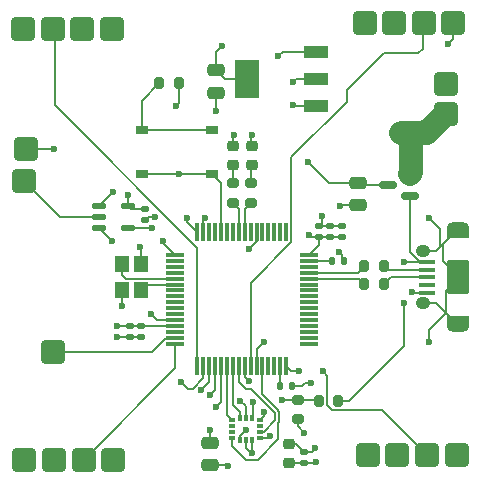
<source format=gbr>
%TF.GenerationSoftware,KiCad,Pcbnew,9.0.3*%
%TF.CreationDate,2025-08-28T18:14:40+08:00*%
%TF.ProjectId,STM_Board,53544d5f-426f-4617-9264-2e6b69636164,rev?*%
%TF.SameCoordinates,Original*%
%TF.FileFunction,Copper,L1,Top*%
%TF.FilePolarity,Positive*%
%FSLAX46Y46*%
G04 Gerber Fmt 4.6, Leading zero omitted, Abs format (unit mm)*
G04 Created by KiCad (PCBNEW 9.0.3) date 2025-08-28 18:14:40*
%MOMM*%
%LPD*%
G01*
G04 APERTURE LIST*
G04 Aperture macros list*
%AMRoundRect*
0 Rectangle with rounded corners*
0 $1 Rounding radius*
0 $2 $3 $4 $5 $6 $7 $8 $9 X,Y pos of 4 corners*
0 Add a 4 corners polygon primitive as box body*
4,1,4,$2,$3,$4,$5,$6,$7,$8,$9,$2,$3,0*
0 Add four circle primitives for the rounded corners*
1,1,$1+$1,$2,$3*
1,1,$1+$1,$4,$5*
1,1,$1+$1,$6,$7*
1,1,$1+$1,$8,$9*
0 Add four rect primitives between the rounded corners*
20,1,$1+$1,$2,$3,$4,$5,0*
20,1,$1+$1,$4,$5,$6,$7,0*
20,1,$1+$1,$6,$7,$8,$9,0*
20,1,$1+$1,$8,$9,$2,$3,0*%
G04 Aperture macros list end*
%TA.AperFunction,SMDPad,CuDef*%
%ADD10RoundRect,0.300000X-0.700000X0.700000X-0.700000X-0.700000X0.700000X-0.700000X0.700000X0.700000X0*%
%TD*%
%TA.AperFunction,SMDPad,CuDef*%
%ADD11RoundRect,0.140000X0.170000X-0.140000X0.170000X0.140000X-0.170000X0.140000X-0.170000X-0.140000X0*%
%TD*%
%TA.AperFunction,SMDPad,CuDef*%
%ADD12RoundRect,0.218750X-0.256250X0.218750X-0.256250X-0.218750X0.256250X-0.218750X0.256250X0.218750X0*%
%TD*%
%TA.AperFunction,SMDPad,CuDef*%
%ADD13RoundRect,0.200000X-0.275000X0.200000X-0.275000X-0.200000X0.275000X-0.200000X0.275000X0.200000X0*%
%TD*%
%TA.AperFunction,SMDPad,CuDef*%
%ADD14RoundRect,0.150000X0.587500X0.150000X-0.587500X0.150000X-0.587500X-0.150000X0.587500X-0.150000X0*%
%TD*%
%TA.AperFunction,SMDPad,CuDef*%
%ADD15RoundRect,0.140000X-0.140000X-0.170000X0.140000X-0.170000X0.140000X0.170000X-0.140000X0.170000X0*%
%TD*%
%TA.AperFunction,SMDPad,CuDef*%
%ADD16RoundRect,0.300000X-0.700000X-0.700000X0.700000X-0.700000X0.700000X0.700000X-0.700000X0.700000X0*%
%TD*%
%TA.AperFunction,SMDPad,CuDef*%
%ADD17RoundRect,0.140000X-0.170000X0.140000X-0.170000X-0.140000X0.170000X-0.140000X0.170000X0.140000X0*%
%TD*%
%TA.AperFunction,SMDPad,CuDef*%
%ADD18R,1.200000X1.400000*%
%TD*%
%TA.AperFunction,SMDPad,CuDef*%
%ADD19RoundRect,0.087500X-0.207500X-0.087500X0.207500X-0.087500X0.207500X0.087500X-0.207500X0.087500X0*%
%TD*%
%TA.AperFunction,SMDPad,CuDef*%
%ADD20RoundRect,0.087500X-0.087500X-0.207500X0.087500X-0.207500X0.087500X0.207500X-0.087500X0.207500X0*%
%TD*%
%TA.AperFunction,SMDPad,CuDef*%
%ADD21RoundRect,0.250000X-0.475000X0.250000X-0.475000X-0.250000X0.475000X-0.250000X0.475000X0.250000X0*%
%TD*%
%TA.AperFunction,SMDPad,CuDef*%
%ADD22RoundRect,0.147500X-0.457500X-0.147500X0.457500X-0.147500X0.457500X0.147500X-0.457500X0.147500X0*%
%TD*%
%TA.AperFunction,SMDPad,CuDef*%
%ADD23RoundRect,0.200000X-0.200000X-0.275000X0.200000X-0.275000X0.200000X0.275000X-0.200000X0.275000X0*%
%TD*%
%TA.AperFunction,SMDPad,CuDef*%
%ADD24R,1.000000X0.750000*%
%TD*%
%TA.AperFunction,SMDPad,CuDef*%
%ADD25RoundRect,0.200000X0.200000X0.275000X-0.200000X0.275000X-0.200000X-0.275000X0.200000X-0.275000X0*%
%TD*%
%TA.AperFunction,SMDPad,CuDef*%
%ADD26RoundRect,0.300000X0.700000X-0.700000X0.700000X0.700000X-0.700000X0.700000X-0.700000X-0.700000X0*%
%TD*%
%TA.AperFunction,SMDPad,CuDef*%
%ADD27RoundRect,0.100000X0.575000X-0.100000X0.575000X0.100000X-0.575000X0.100000X-0.575000X-0.100000X0*%
%TD*%
%TA.AperFunction,HeatsinkPad*%
%ADD28O,1.900000X1.000000*%
%TD*%
%TA.AperFunction,SMDPad,CuDef*%
%ADD29R,1.900000X0.875000*%
%TD*%
%TA.AperFunction,HeatsinkPad*%
%ADD30O,1.250000X1.050000*%
%TD*%
%TA.AperFunction,SMDPad,CuDef*%
%ADD31RoundRect,0.250000X0.700000X-1.200000X0.700000X1.200000X-0.700000X1.200000X-0.700000X-1.200000X0*%
%TD*%
%TA.AperFunction,SMDPad,CuDef*%
%ADD32R,2.150000X1.000000*%
%TD*%
%TA.AperFunction,SMDPad,CuDef*%
%ADD33R,2.150000X3.250000*%
%TD*%
%TA.AperFunction,SMDPad,CuDef*%
%ADD34RoundRect,0.225000X0.250000X-0.225000X0.250000X0.225000X-0.250000X0.225000X-0.250000X-0.225000X0*%
%TD*%
%TA.AperFunction,SMDPad,CuDef*%
%ADD35RoundRect,0.075000X-0.700000X-0.075000X0.700000X-0.075000X0.700000X0.075000X-0.700000X0.075000X0*%
%TD*%
%TA.AperFunction,SMDPad,CuDef*%
%ADD36RoundRect,0.075000X-0.075000X-0.700000X0.075000X-0.700000X0.075000X0.700000X-0.075000X0.700000X0*%
%TD*%
%TA.AperFunction,ViaPad*%
%ADD37C,0.600000*%
%TD*%
%TA.AperFunction,Conductor*%
%ADD38C,0.200000*%
%TD*%
%TA.AperFunction,Conductor*%
%ADD39C,2.000000*%
%TD*%
G04 APERTURE END LIST*
D10*
%TO.P,J5,1,Pin_1*%
%TO.N,/STM32/BATT*%
X126950000Y-89450000D03*
%TO.P,J5,2,Pin_2*%
%TO.N,GND*%
X129450000Y-89450000D03*
%TO.P,J5,3,Pin_3*%
%TO.N,/STM32/S4*%
X131950000Y-89450000D03*
%TO.P,J5,4,Pin_4*%
%TO.N,GND*%
X134450000Y-89450000D03*
%TD*%
D11*
%TO.P,C20,1*%
%TO.N,GND*%
X150600000Y-89730000D03*
%TO.P,C20,2*%
%TO.N,/IMU1/3V3*%
X150600000Y-88770000D03*
%TD*%
D12*
%TO.P,D2,1,K*%
%TO.N,GND*%
X146194000Y-62912500D03*
%TO.P,D2,2,A*%
%TO.N,Net-(D2-A)*%
X146194000Y-64487500D03*
%TD*%
D13*
%TO.P,R6,1*%
%TO.N,Net-(D2-A)*%
X146100000Y-66050000D03*
%TO.P,R6,2*%
%TO.N,/LEDs/LED1*%
X146100000Y-67700000D03*
%TD*%
D14*
%TO.P,D1,1*%
%TO.N,/STM32/5V_USB1*%
X159600000Y-67150000D03*
%TO.P,D1,2*%
%TO.N,/STM32/BATT*%
X159600000Y-65250000D03*
%TO.P,D1,3*%
%TO.N,Net-(STM3V3-IN)*%
X157725000Y-66200000D03*
%TD*%
D15*
%TO.P,C7,1*%
%TO.N,Net-(U2-VCAP_1)*%
X148620000Y-83200000D03*
%TO.P,C7,2*%
%TO.N,GND*%
X149580000Y-83200000D03*
%TD*%
D16*
%TO.P,J21,1,Pin_1*%
%TO.N,GND*%
X127050000Y-63150000D03*
%TD*%
D17*
%TO.P,C3,1*%
%TO.N,/IMU1/3V3*%
X135850000Y-78145000D03*
%TO.P,C3,2*%
%TO.N,GND*%
X135850000Y-79105000D03*
%TD*%
D18*
%TO.P,Y2,1*%
%TO.N,Net-(U2-PH1)*%
X136850000Y-75125000D03*
%TO.P,Y2,2,GND*%
%TO.N,GND*%
X136850000Y-72925000D03*
%TO.P,Y2,3*%
%TO.N,Net-(U2-PH0)*%
X135250000Y-72925000D03*
%TO.P,Y2,4,GND__1*%
%TO.N,GND*%
X135250000Y-75125000D03*
%TD*%
D19*
%TO.P,U4,1,AP_SDO/AP_AD0*%
%TO.N,/STM32/AP_SDO*%
X144530000Y-86115000D03*
%TO.P,U4,2,RESV_2*%
%TO.N,unconnected-(U4-RESV_2-Pad2)*%
X144530000Y-86615000D03*
%TO.P,U4,3,RESV_3*%
%TO.N,unconnected-(U4-RESV_3-Pad3)*%
X144530000Y-87115000D03*
%TO.P,U4,4,INT1/INT*%
%TO.N,/STM32/INT1*%
X144530000Y-87615000D03*
D20*
%TO.P,U4,5,VDDIO*%
%TO.N,/IMU1/3V3*%
X145195000Y-87780000D03*
%TO.P,U4,6,GND*%
%TO.N,GND*%
X145695000Y-87780000D03*
%TO.P,U4,7,RESV_7*%
X146195000Y-87780000D03*
D19*
%TO.P,U4,8,VDD*%
%TO.N,/IMU1/3V3*%
X146860000Y-87615000D03*
%TO.P,U4,9,INT2/FSYNC/CLKIN*%
%TO.N,/STM32/INT2*%
X146860000Y-87115000D03*
%TO.P,U4,10,RESV_10*%
%TO.N,unconnected-(U4-RESV_10-Pad10)*%
X146860000Y-86615000D03*
%TO.P,U4,11,RESV_11*%
%TO.N,GND*%
X146860000Y-86115000D03*
D20*
%TO.P,U4,12,AP_CS*%
%TO.N,/STM32/AP_CS*%
X146195000Y-85950000D03*
%TO.P,U4,13,AP_SCL/AP_SCLK*%
%TO.N,/STM32/AP_SCLK*%
X145695000Y-85950000D03*
%TO.P,U4,14,AP_SDA/AP_SDIO/AP_SDI*%
%TO.N,/STM32/AP_SDI*%
X145195000Y-85950000D03*
%TD*%
D11*
%TO.P,C1,1*%
%TO.N,/IMU1/3V3*%
X153850000Y-70605000D03*
%TO.P,C1,2*%
%TO.N,GND*%
X153850000Y-69645000D03*
%TD*%
D21*
%TO.P,C8,1*%
%TO.N,/IMU1/3V3*%
X143195000Y-56500000D03*
%TO.P,C8,2*%
%TO.N,GND*%
X143195000Y-58400000D03*
%TD*%
D16*
%TO.P,J18,1,Pin_1*%
%TO.N,/STM32/BATT*%
X162650000Y-60150000D03*
%TO.P,J18,2,Pin_2*%
%TO.N,GND*%
X162650000Y-57650000D03*
%TD*%
D21*
%TO.P,C22,1*%
%TO.N,/IMU1/3V3*%
X142695000Y-88000000D03*
%TO.P,C22,2*%
%TO.N,GND*%
X142695000Y-89900000D03*
%TD*%
D22*
%TO.P,U6,1*%
%TO.N,GND*%
X133240000Y-67950000D03*
%TO.P,U6,2*%
%TO.N,/STM32/RX_ESP32_IN*%
X133240000Y-68900000D03*
%TO.P,U6,3*%
%TO.N,GND*%
X133240000Y-69850000D03*
%TO.P,U6,4*%
%TO.N,/STM32/RX_SBUS*%
X135750000Y-69850000D03*
%TO.P,U6,5*%
%TO.N,/IMU1/3V3*%
X135750000Y-67950000D03*
%TD*%
D10*
%TO.P,J3,1,Pin_1*%
%TO.N,/STM32/BATT*%
X155750000Y-52450000D03*
%TO.P,J3,2,Pin_2*%
%TO.N,GND*%
X158250000Y-52450000D03*
%TO.P,J3,3,Pin_3*%
%TO.N,/STM32/S2*%
X160750000Y-52450000D03*
%TO.P,J3,4,Pin_4*%
%TO.N,GND*%
X163250000Y-52450000D03*
%TD*%
D21*
%TO.P,CBATT1,1*%
%TO.N,Net-(STM3V3-IN)*%
X155195000Y-66000000D03*
%TO.P,CBATT1,2*%
%TO.N,GND*%
X155195000Y-67900000D03*
%TD*%
D23*
%TO.P,R1,1*%
%TO.N,Net-(R1-Pad1)*%
X138370000Y-57600000D03*
%TO.P,R1,2*%
%TO.N,GND*%
X140020000Y-57600000D03*
%TD*%
D24*
%TO.P,S2,A*%
%TO.N,/IMU1/3V3*%
X142862500Y-65275000D03*
%TO.P,S2,B*%
X136862500Y-65275000D03*
%TO.P,S2,C*%
%TO.N,Net-(R1-Pad1)*%
X142862500Y-61525000D03*
%TO.P,S2,D*%
X136862500Y-61525000D03*
%TD*%
D25*
%TO.P,R5,1*%
%TO.N,/STM32/5V_USB1*%
X153520000Y-84450000D03*
%TO.P,R5,2*%
%TO.N,Net-(U2-PC5)*%
X151870000Y-84450000D03*
%TD*%
D23*
%TO.P,R2,1*%
%TO.N,Net-(U2-PA12)*%
X155725000Y-73075000D03*
%TO.P,R2,2*%
%TO.N,/STM32/USB_N*%
X157375000Y-73075000D03*
%TD*%
D11*
%TO.P,C2,1*%
%TO.N,/IMU1/3V3*%
X152850000Y-70605000D03*
%TO.P,C2,2*%
%TO.N,GND*%
X152850000Y-69645000D03*
%TD*%
D26*
%TO.P,J2,1,Pin_1*%
%TO.N,/STM32/BATT*%
X134350000Y-52950000D03*
%TO.P,J2,2,Pin_2*%
%TO.N,GND*%
X131850000Y-52950000D03*
%TO.P,J2,3,Pin_3*%
%TO.N,/STM32/S1*%
X129350000Y-52950000D03*
%TO.P,J2,4,Pin_4*%
%TO.N,GND*%
X126850000Y-52950000D03*
%TD*%
D16*
%TO.P,J23,1,Pin_1*%
%TO.N,/STM32/RX_ESP32_IN*%
X126950000Y-65850000D03*
%TD*%
D17*
%TO.P,C4,1*%
%TO.N,/IMU1/3V3*%
X136850000Y-78145000D03*
%TO.P,C4,2*%
%TO.N,GND*%
X136850000Y-79105000D03*
%TD*%
D10*
%TO.P,J4,1,Pin_1*%
%TO.N,/STM32/BATT*%
X156030144Y-89018728D03*
%TO.P,J4,2,Pin_2*%
%TO.N,GND*%
X158530144Y-89018728D03*
%TO.P,J4,3,Pin_3*%
%TO.N,/STM32/S3*%
X161030144Y-89018728D03*
%TO.P,J4,4,Pin_4*%
%TO.N,GND*%
X163530144Y-89018728D03*
%TD*%
D27*
%TO.P,J1,1,VBUS*%
%TO.N,/STM32/5V_USB1*%
X161019000Y-72700000D03*
%TO.P,J1,2,D-*%
%TO.N,/STM32/USB_N*%
X161019000Y-73350000D03*
%TO.P,J1,3,D+*%
%TO.N,/STM32/USB_P*%
X161019000Y-74000000D03*
%TO.P,J1,4,ID*%
%TO.N,unconnected-(J1-ID-Pad4)*%
X161019000Y-74650000D03*
%TO.P,J1,5,GND*%
%TO.N,GND*%
X161019000Y-75300000D03*
D28*
%TO.P,J1,6,Shield*%
X163694000Y-78175000D03*
D29*
X163694000Y-77737500D03*
D30*
X160694000Y-76225000D03*
D31*
X163694000Y-74000000D03*
D30*
X160694000Y-71775000D03*
D29*
X163694000Y-70262500D03*
D28*
X163694000Y-69825000D03*
%TD*%
D23*
%TO.P,R3,1*%
%TO.N,Net-(U2-PA11)*%
X155725000Y-74575000D03*
%TO.P,R3,2*%
%TO.N,/STM32/USB_P*%
X157375000Y-74575000D03*
%TD*%
D32*
%TO.P,STM3V3,1,GND*%
%TO.N,GND*%
X151600000Y-59500000D03*
%TO.P,STM3V3,2,OUT*%
%TO.N,/IMU1/3V3*%
X151600000Y-57200000D03*
%TO.P,STM3V3,3,IN*%
%TO.N,Net-(STM3V3-IN)*%
X151600000Y-54900000D03*
D33*
%TO.P,STM3V3,4,OUT*%
%TO.N,/IMU1/3V3*%
X145800000Y-57200000D03*
%TD*%
D15*
%TO.P,C6,1*%
%TO.N,Net-(U2-VCAP_2)*%
X153025000Y-72625000D03*
%TO.P,C6,2*%
%TO.N,GND*%
X153985000Y-72625000D03*
%TD*%
D13*
%TO.P,R7,1*%
%TO.N,Net-(D3-A)*%
X144600000Y-66050000D03*
%TO.P,R7,2*%
%TO.N,/LEDs/LED2*%
X144600000Y-67700000D03*
%TD*%
%TO.P,R4,1*%
%TO.N,Net-(U2-PC5)*%
X150100000Y-84375000D03*
%TO.P,R4,2*%
%TO.N,GND*%
X150100000Y-86025000D03*
%TD*%
D34*
%TO.P,C21,1*%
%TO.N,GND*%
X149350000Y-89700000D03*
%TO.P,C21,2*%
%TO.N,/IMU1/3V3*%
X149350000Y-88150000D03*
%TD*%
D35*
%TO.P,U2,1,VBAT*%
%TO.N,/IMU1/3V3*%
X139675000Y-72125000D03*
%TO.P,U2,2,PC13*%
%TO.N,unconnected-(U2-PC13-Pad2)*%
X139675000Y-72625000D03*
%TO.P,U2,3,PC14*%
%TO.N,unconnected-(U2-PC14-Pad3)*%
X139675000Y-73125000D03*
%TO.P,U2,4,PC15*%
%TO.N,unconnected-(U2-PC15-Pad4)*%
X139675000Y-73625000D03*
%TO.P,U2,5,PH0*%
%TO.N,Net-(U2-PH0)*%
X139675000Y-74125000D03*
%TO.P,U2,6,PH1*%
%TO.N,Net-(U2-PH1)*%
X139675000Y-74625000D03*
%TO.P,U2,7,NRST*%
%TO.N,unconnected-(U2-NRST-Pad7)*%
X139675000Y-75125000D03*
%TO.P,U2,8,PC0*%
%TO.N,unconnected-(U2-PC0-Pad8)*%
X139675000Y-75625000D03*
%TO.P,U2,9,PC1*%
%TO.N,unconnected-(U2-PC1-Pad9)*%
X139675000Y-76125000D03*
%TO.P,U2,10,PC2*%
%TO.N,unconnected-(U2-PC2-Pad10)*%
X139675000Y-76625000D03*
%TO.P,U2,11,PC3*%
%TO.N,unconnected-(U2-PC3-Pad11)*%
X139675000Y-77125000D03*
%TO.P,U2,12,VSSA*%
%TO.N,GND*%
X139675000Y-77625000D03*
%TO.P,U2,13,VDDA*%
%TO.N,/IMU1/3V3*%
X139675000Y-78125000D03*
%TO.P,U2,14,PA0*%
%TO.N,unconnected-(U2-PA0-Pad14)*%
X139675000Y-78625000D03*
%TO.P,U2,15,PA1*%
%TO.N,/STM32/RX4*%
X139675000Y-79125000D03*
%TO.P,U2,16,PA2*%
%TO.N,/STM32/S4*%
X139675000Y-79625000D03*
D36*
%TO.P,U2,17,PA3*%
%TO.N,/STM32/S1*%
X141600000Y-81550000D03*
%TO.P,U2,18,VSS*%
%TO.N,GND*%
X142100000Y-81550000D03*
%TO.P,U2,19,VDD*%
%TO.N,/IMU1/3V3*%
X142600000Y-81550000D03*
%TO.P,U2,20,PA4*%
%TO.N,/STM32/AP_CS*%
X143100000Y-81550000D03*
%TO.P,U2,21,PA5*%
%TO.N,/STM32/AP_SCLK*%
X143600000Y-81550000D03*
%TO.P,U2,22,PA6*%
%TO.N,/STM32/AP_SDO*%
X144100000Y-81550000D03*
%TO.P,U2,23,PA7*%
%TO.N,/STM32/AP_SDI*%
X144600000Y-81550000D03*
%TO.P,U2,24,PC4*%
%TO.N,/STM32/INT2*%
X145100000Y-81550000D03*
%TO.P,U2,25,PC5*%
%TO.N,Net-(U2-PC5)*%
X145600000Y-81550000D03*
%TO.P,U2,26,PB0*%
%TO.N,/STM32/S2*%
X146100000Y-81550000D03*
%TO.P,U2,27,PB1*%
%TO.N,/STM32/S3*%
X146600000Y-81550000D03*
%TO.P,U2,28,PB2*%
%TO.N,/STM32/INT1*%
X147100000Y-81550000D03*
%TO.P,U2,29,PB10*%
%TO.N,unconnected-(U2-PB10-Pad29)*%
X147600000Y-81550000D03*
%TO.P,U2,30,PB11*%
%TO.N,unconnected-(U2-PB11-Pad30)*%
X148100000Y-81550000D03*
%TO.P,U2,31,VCAP_1*%
%TO.N,Net-(U2-VCAP_1)*%
X148600000Y-81550000D03*
%TO.P,U2,32,VDD*%
%TO.N,/IMU1/3V3*%
X149100000Y-81550000D03*
D35*
%TO.P,U2,33,PB12*%
%TO.N,unconnected-(U2-PB12-Pad33)*%
X151025000Y-79625000D03*
%TO.P,U2,34,PB13*%
%TO.N,unconnected-(U2-PB13-Pad34)*%
X151025000Y-79125000D03*
%TO.P,U2,35,PB14*%
%TO.N,unconnected-(U2-PB14-Pad35)*%
X151025000Y-78625000D03*
%TO.P,U2,36,PB15*%
%TO.N,unconnected-(U2-PB15-Pad36)*%
X151025000Y-78125000D03*
%TO.P,U2,37,PC6*%
%TO.N,unconnected-(U2-PC6-Pad37)*%
X151025000Y-77625000D03*
%TO.P,U2,38,PC7*%
%TO.N,unconnected-(U2-PC7-Pad38)*%
X151025000Y-77125000D03*
%TO.P,U2,39,PC8*%
%TO.N,unconnected-(U2-PC8-Pad39)*%
X151025000Y-76625000D03*
%TO.P,U2,40,PC9*%
%TO.N,unconnected-(U2-PC9-Pad40)*%
X151025000Y-76125000D03*
%TO.P,U2,41,PA8*%
%TO.N,unconnected-(U2-PA8-Pad41)*%
X151025000Y-75625000D03*
%TO.P,U2,42,PA9*%
%TO.N,unconnected-(U2-PA9-Pad42)*%
X151025000Y-75125000D03*
%TO.P,U2,43,PA10*%
%TO.N,unconnected-(U2-PA10-Pad43)*%
X151025000Y-74625000D03*
%TO.P,U2,44,PA11*%
%TO.N,Net-(U2-PA11)*%
X151025000Y-74125000D03*
%TO.P,U2,45,PA12*%
%TO.N,Net-(U2-PA12)*%
X151025000Y-73625000D03*
%TO.P,U2,46,PA13*%
%TO.N,unconnected-(U2-PA13-Pad46)*%
X151025000Y-73125000D03*
%TO.P,U2,47,VCAP_2*%
%TO.N,Net-(U2-VCAP_2)*%
X151025000Y-72625000D03*
%TO.P,U2,48,VDD*%
%TO.N,/IMU1/3V3*%
X151025000Y-72125000D03*
D36*
%TO.P,U2,49,PA14*%
%TO.N,unconnected-(U2-PA14-Pad49)*%
X149100000Y-70200000D03*
%TO.P,U2,50,PA15*%
%TO.N,unconnected-(U2-PA15-Pad50)*%
X148600000Y-70200000D03*
%TO.P,U2,51,PC10*%
%TO.N,unconnected-(U2-PC10-Pad51)*%
X148100000Y-70200000D03*
%TO.P,U2,52,PC11*%
%TO.N,unconnected-(U2-PC11-Pad52)*%
X147600000Y-70200000D03*
%TO.P,U2,53,PC12*%
%TO.N,unconnected-(U2-PC12-Pad53)*%
X147100000Y-70200000D03*
%TO.P,U2,54,PD2*%
%TO.N,/STM32/RX_SBUS*%
X146600000Y-70200000D03*
%TO.P,U2,55,PB3*%
%TO.N,unconnected-(U2-PB3-Pad55)*%
X146100000Y-70200000D03*
%TO.P,U2,56,PB4*%
%TO.N,/LEDs/LED1*%
X145600000Y-70200000D03*
%TO.P,U2,57,PB5*%
%TO.N,/LEDs/LED2*%
X145100000Y-70200000D03*
%TO.P,U2,58,PB6*%
%TO.N,unconnected-(U2-PB6-Pad58)*%
X144600000Y-70200000D03*
%TO.P,U2,59,PB7*%
%TO.N,unconnected-(U2-PB7-Pad59)*%
X144100000Y-70200000D03*
%TO.P,U2,60,BOOT0*%
%TO.N,/IMU1/3V3*%
X143600000Y-70200000D03*
%TO.P,U2,61,PB8*%
%TO.N,unconnected-(U2-PB8-Pad61)*%
X143100000Y-70200000D03*
%TO.P,U2,62,PB9*%
%TO.N,unconnected-(U2-PB9-Pad62)*%
X142600000Y-70200000D03*
%TO.P,U2,63,VSS*%
%TO.N,GND*%
X142100000Y-70200000D03*
%TO.P,U2,64,VDD*%
%TO.N,/IMU1/3V3*%
X141600000Y-70200000D03*
%TD*%
D11*
%TO.P,C10,1*%
%TO.N,GND*%
X137150000Y-69160000D03*
%TO.P,C10,2*%
%TO.N,/IMU1/3V3*%
X137150000Y-68200000D03*
%TD*%
D12*
%TO.P,D3,1,K*%
%TO.N,GND*%
X144594000Y-62912500D03*
%TO.P,D3,2,A*%
%TO.N,Net-(D3-A)*%
X144594000Y-64487500D03*
%TD*%
D11*
%TO.P,C5,1*%
%TO.N,/IMU1/3V3*%
X151850000Y-70605000D03*
%TO.P,C5,2*%
%TO.N,GND*%
X151850000Y-69645000D03*
%TD*%
D16*
%TO.P,J22,1,Pin_1*%
%TO.N,/STM32/RX4*%
X129350000Y-80350000D03*
%TD*%
D37*
%TO.N,GND*%
X159800000Y-75250000D03*
X163150000Y-57150000D03*
X135195000Y-76450000D03*
X162650000Y-57650000D03*
X127250000Y-53150000D03*
X162850000Y-52750000D03*
X140195000Y-82855000D03*
X134800000Y-79050000D03*
X129855231Y-88891616D03*
X134350000Y-70960000D03*
X137650000Y-77100000D03*
X147195000Y-85450000D03*
X150650000Y-87150000D03*
X126450000Y-53150000D03*
X144695000Y-61950000D03*
X149695000Y-59450000D03*
X129450000Y-63150000D03*
X159030144Y-89418728D03*
X131450000Y-52550000D03*
X128850000Y-88850000D03*
X139800000Y-59500000D03*
X157850000Y-52750000D03*
X129950000Y-89650000D03*
X146195000Y-88850000D03*
X132250000Y-52550000D03*
X161195000Y-79450000D03*
X142195000Y-68950000D03*
X163250000Y-58250000D03*
X158750000Y-52750000D03*
X146195000Y-61950000D03*
X133850000Y-88950000D03*
X163030144Y-88618728D03*
X163650000Y-51950000D03*
X162050000Y-58250000D03*
X134050000Y-89650000D03*
X138000000Y-68897646D03*
X134850000Y-88950000D03*
X157650000Y-51950000D03*
X161195000Y-68950000D03*
X144195000Y-89950000D03*
X131550000Y-53350000D03*
X127250000Y-52450000D03*
X132350000Y-53350000D03*
X129050000Y-89650000D03*
X163650000Y-52850000D03*
X162850000Y-54250000D03*
X162050000Y-57050000D03*
X152150000Y-68850000D03*
X162750000Y-52050000D03*
X151650000Y-89650000D03*
X163930144Y-88618728D03*
X158030144Y-88618728D03*
X136695000Y-71450000D03*
X158930144Y-88618728D03*
X134450000Y-66750000D03*
X163130144Y-89418728D03*
X134850000Y-89650000D03*
X153695000Y-67950000D03*
X158230144Y-89418728D03*
X126350000Y-52450000D03*
X158634304Y-51942746D03*
X153597500Y-71852500D03*
X163950000Y-89350000D03*
X151195000Y-82950000D03*
X143195000Y-59950000D03*
%TO.N,/IMU1/3V3*%
X147728550Y-87483550D03*
X151550000Y-88500000D03*
X141919265Y-83574265D03*
X142695000Y-86950000D03*
X151058626Y-70445000D03*
X149695000Y-57450000D03*
X134800000Y-78100000D03*
X135750000Y-67050000D03*
X143695000Y-54450000D03*
X150195000Y-81950000D03*
X140695000Y-68950000D03*
X138695000Y-70950000D03*
X140000000Y-65275000D03*
X145678152Y-86950000D03*
%TO.N,Net-(STM3V3-IN)*%
X150950000Y-64250000D03*
X148450000Y-55250000D03*
%TO.N,/STM32/BATT*%
X127450000Y-88850000D03*
X134750000Y-53350000D03*
X160950000Y-61650000D03*
X159650000Y-61750000D03*
X156050000Y-52250000D03*
X133850000Y-52550000D03*
X158250000Y-61700000D03*
X126450000Y-89650000D03*
X127450000Y-89650000D03*
X126450000Y-88850000D03*
X158850000Y-61700000D03*
X156430144Y-88618728D03*
X160350000Y-61700000D03*
X156350000Y-53050000D03*
X156430144Y-89418728D03*
X155350000Y-52850000D03*
X134850000Y-52550000D03*
X155530144Y-88618728D03*
X133950000Y-53350000D03*
X155630144Y-89318728D03*
X161550000Y-61750000D03*
X155350000Y-51850000D03*
%TO.N,/STM32/S3*%
X152195000Y-81950000D03*
X147195000Y-79450000D03*
%TO.N,Net-(U2-PC5)*%
X145963517Y-82822065D03*
X148775000Y-84375000D03*
%TO.N,/STM32/AP_CS*%
X146296000Y-84551000D03*
X142695000Y-83950000D03*
%TO.N,/STM32/AP_SCLK*%
X143195000Y-84950000D03*
X145200000Y-84450000D03*
%TO.N,/STM32/5V_USB1*%
X159100000Y-72700000D03*
X159100000Y-76200000D03*
%TO.N,/STM32/RX_SBUS*%
X137750000Y-69850000D03*
X145950000Y-71650000D03*
%TD*%
D38*
%TO.N,GND*%
X159850000Y-75300000D02*
X159800000Y-75250000D01*
X161019000Y-75300000D02*
X159850000Y-75300000D01*
X134350000Y-70960000D02*
X134350000Y-71050000D01*
X163250000Y-53850000D02*
X162850000Y-54250000D01*
X149420000Y-83200000D02*
X150445000Y-83200000D01*
X151955000Y-69700000D02*
X152150000Y-69505000D01*
X161195000Y-78450000D02*
X161195000Y-79450000D01*
X150600000Y-89730000D02*
X149380000Y-89730000D01*
X152150000Y-69505000D02*
X152150000Y-68850000D01*
X162622500Y-77022500D02*
X161195000Y-78450000D01*
X135250000Y-75125000D02*
X135250000Y-76395000D01*
X162422500Y-71177500D02*
X163775000Y-69825000D01*
X150600000Y-89730000D02*
X151570000Y-89730000D01*
X152850000Y-69645000D02*
X153850000Y-69645000D01*
X160775000Y-71775000D02*
X161825000Y-71775000D01*
X134855000Y-79105000D02*
X134800000Y-79050000D01*
X138000000Y-68897646D02*
X137412354Y-68897646D01*
X146195000Y-88950000D02*
X145695000Y-88450000D01*
X144600000Y-62045000D02*
X144695000Y-61950000D01*
X138175000Y-77625000D02*
X139675000Y-77625000D01*
X133240000Y-67950000D02*
X134440000Y-66750000D01*
X162422500Y-72647500D02*
X162422500Y-71177500D01*
X145695000Y-88450000D02*
X145695000Y-87780000D01*
X146120000Y-62912500D02*
X146120000Y-62025000D01*
X144600000Y-62912500D02*
X144600000Y-62045000D01*
X152150000Y-68850000D02*
X151975000Y-69025000D01*
X149380000Y-89730000D02*
X149350000Y-89700000D01*
X135250000Y-76395000D02*
X135195000Y-76450000D01*
X133240000Y-69850000D02*
X134350000Y-70960000D01*
X134450000Y-89450000D02*
X134450000Y-88850000D01*
X146195000Y-88850000D02*
X146195000Y-87780000D01*
X150650000Y-87150000D02*
X150100000Y-86600000D01*
X135850000Y-79105000D02*
X134855000Y-79105000D01*
X147195000Y-85780000D02*
X147195000Y-85450000D01*
X142100000Y-70200000D02*
X142100000Y-69045000D01*
X162172500Y-69927500D02*
X161195000Y-68950000D01*
X162622500Y-77022500D02*
X163775000Y-78175000D01*
X144195000Y-89950000D02*
X144145000Y-89900000D01*
X134440000Y-66750000D02*
X134450000Y-66750000D01*
X140195000Y-82855000D02*
X140790000Y-83450000D01*
X150100000Y-86600000D02*
X150100000Y-86025000D01*
X162172500Y-71427500D02*
X162422500Y-71177500D01*
X137650000Y-77100000D02*
X138175000Y-77625000D01*
X136850000Y-72925000D02*
X136850000Y-71605000D01*
X155195000Y-67900000D02*
X153745000Y-67900000D01*
X150445000Y-83200000D02*
X150695000Y-82950000D01*
X141195000Y-83450000D02*
X142100000Y-82545000D01*
X153745000Y-67900000D02*
X153695000Y-67950000D01*
X152850000Y-69805000D02*
X152745000Y-69700000D01*
X127050000Y-63150000D02*
X129450000Y-63150000D01*
X162622500Y-75152500D02*
X162622500Y-77022500D01*
X163775000Y-74000000D02*
X162422500Y-72647500D01*
X142100000Y-82545000D02*
X142100000Y-81550000D01*
X146120000Y-62025000D02*
X146195000Y-61950000D01*
X163775000Y-74000000D02*
X162622500Y-75152500D01*
X139800000Y-59500000D02*
X140020000Y-59280000D01*
X146860000Y-86115000D02*
X147195000Y-85780000D01*
X142100000Y-69045000D02*
X142195000Y-68950000D01*
X150695000Y-82950000D02*
X151195000Y-82950000D01*
X151850000Y-69645000D02*
X152850000Y-69645000D01*
X163250000Y-52450000D02*
X163250000Y-53850000D01*
X153597500Y-71852500D02*
X153825000Y-72080000D01*
X162172500Y-71427500D02*
X162172500Y-69927500D01*
X142695000Y-89900000D02*
X144145000Y-89900000D01*
X161825000Y-76225000D02*
X162622500Y-77022500D01*
X136850000Y-79105000D02*
X135850000Y-79105000D01*
X137412354Y-68897646D02*
X137150000Y-69160000D01*
X143195000Y-58400000D02*
X143195000Y-59950000D01*
X136850000Y-71605000D02*
X136695000Y-71450000D01*
X153825000Y-72080000D02*
X153825000Y-72625000D01*
X149745000Y-59500000D02*
X149695000Y-59450000D01*
X161825000Y-71775000D02*
X162172500Y-71427500D01*
X151570000Y-89730000D02*
X151650000Y-89650000D01*
X160775000Y-76225000D02*
X161825000Y-76225000D01*
X151600000Y-59500000D02*
X149745000Y-59500000D01*
X140790000Y-83450000D02*
X141195000Y-83450000D01*
X140020000Y-59280000D02*
X140020000Y-57600000D01*
X146195000Y-88850000D02*
X146195000Y-88950000D01*
%TO.N,/IMU1/3V3*%
X151850000Y-70605000D02*
X151218626Y-70605000D01*
X140695000Y-69295000D02*
X141600000Y-70200000D01*
X153850000Y-70605000D02*
X152850000Y-70605000D01*
X149945000Y-57200000D02*
X149695000Y-57450000D01*
X145195000Y-87433152D02*
X145678152Y-86950000D01*
X149500000Y-81950000D02*
X150195000Y-81950000D01*
X136000000Y-68200000D02*
X135750000Y-67950000D01*
X151600000Y-57200000D02*
X149945000Y-57200000D01*
X145195000Y-87780000D02*
X145195000Y-87433152D01*
X147597100Y-87615000D02*
X147728550Y-87483550D01*
X136850000Y-78145000D02*
X135850000Y-78145000D01*
X142600000Y-82855000D02*
X142600000Y-81550000D01*
X139675000Y-78125000D02*
X137030000Y-78125000D01*
X136862500Y-65275000D02*
X140000000Y-65275000D01*
X152850000Y-70605000D02*
X151850000Y-70605000D01*
X150600000Y-88770000D02*
X151280000Y-88770000D01*
X143195000Y-54950000D02*
X143695000Y-54450000D01*
X137150000Y-68200000D02*
X136000000Y-68200000D01*
X151218626Y-70605000D02*
X151058626Y-70445000D01*
X143195000Y-56500000D02*
X143195000Y-54950000D01*
X151280000Y-88770000D02*
X151550000Y-88500000D01*
X146860000Y-87615000D02*
X147597100Y-87615000D01*
X141919265Y-83574265D02*
X141919265Y-83535735D01*
X138695000Y-71145000D02*
X138695000Y-70950000D01*
X135850000Y-78145000D02*
X134845000Y-78145000D01*
X151850000Y-71300000D02*
X151850000Y-70605000D01*
X151025000Y-72125000D02*
X151850000Y-71300000D01*
X139675000Y-72125000D02*
X138695000Y-71145000D01*
X140695000Y-69295000D02*
X140695000Y-68950000D01*
X149980000Y-88150000D02*
X150600000Y-88770000D01*
X145800000Y-57200000D02*
X143895000Y-57200000D01*
X135750000Y-67950000D02*
X135750000Y-67050000D01*
X142695000Y-88000000D02*
X142695000Y-86950000D01*
X143600000Y-66012500D02*
X142862500Y-65275000D01*
X149350000Y-88150000D02*
X149980000Y-88150000D01*
X149100000Y-81550000D02*
X149500000Y-81950000D01*
X134845000Y-78145000D02*
X134800000Y-78100000D01*
X140000000Y-65275000D02*
X142862500Y-65275000D01*
X141919265Y-83535735D02*
X142600000Y-82855000D01*
X143895000Y-57200000D02*
X143195000Y-56500000D01*
X143600000Y-70200000D02*
X143600000Y-66012500D01*
%TO.N,Net-(U2-VCAP_2)*%
X153185000Y-72625000D02*
X151025000Y-72625000D01*
%TO.N,Net-(U2-VCAP_1)*%
X148600000Y-83020000D02*
X148600000Y-81550000D01*
X148780000Y-83200000D02*
X148600000Y-83020000D01*
%TO.N,Net-(STM3V3-IN)*%
X155195000Y-66000000D02*
X152700000Y-66000000D01*
X157725000Y-66200000D02*
X155395000Y-66200000D01*
X152700000Y-66000000D02*
X150950000Y-64250000D01*
X148800000Y-54900000D02*
X151600000Y-54900000D01*
X155395000Y-66200000D02*
X155195000Y-66000000D01*
X148450000Y-55250000D02*
X148800000Y-54900000D01*
D39*
%TO.N,/STM32/BATT*%
X159650000Y-61750000D02*
X159650000Y-65200000D01*
X159650000Y-65200000D02*
X159600000Y-65250000D01*
X161150000Y-61650000D02*
X162650000Y-60150000D01*
X161050000Y-61750000D02*
X159650000Y-61750000D01*
X159650000Y-61750000D02*
X158850000Y-61750000D01*
X160950000Y-61650000D02*
X161150000Y-61650000D01*
D38*
%TO.N,Net-(D2-A)*%
X146100000Y-66050000D02*
X146100000Y-64487500D01*
%TO.N,Net-(D3-A)*%
X144600000Y-66050000D02*
X144600000Y-64487500D01*
%TO.N,/STM32/USB_N*%
X157400000Y-73050000D02*
X157375000Y-73075000D01*
X161100000Y-73350000D02*
X157650000Y-73350000D01*
X157650000Y-73350000D02*
X157375000Y-73075000D01*
%TO.N,/STM32/USB_P*%
X157950000Y-74000000D02*
X157375000Y-74575000D01*
X161100000Y-74000000D02*
X157950000Y-74000000D01*
%TO.N,/STM32/S1*%
X141600000Y-71500000D02*
X129560000Y-59460000D01*
X129560000Y-59460000D02*
X129560000Y-52700000D01*
X141600000Y-81550000D02*
X141600000Y-71500000D01*
%TO.N,/STM32/S2*%
X149551000Y-71057824D02*
X149551000Y-63849000D01*
X146100000Y-81550000D02*
X146100000Y-74508824D01*
X154250000Y-58150000D02*
X157350000Y-55050000D01*
X149551000Y-63849000D02*
X154250000Y-59150000D01*
X154250000Y-59150000D02*
X154250000Y-58150000D01*
X157350000Y-55050000D02*
X160250000Y-55050000D01*
X160250000Y-55050000D02*
X160655000Y-54645000D01*
X160655000Y-54645000D02*
X160655000Y-52950000D01*
X146100000Y-74508824D02*
X149551000Y-71057824D01*
%TO.N,/STM32/S3*%
X152195000Y-81950000D02*
X152571000Y-82326000D01*
X157237416Y-85226000D02*
X161030144Y-89018728D01*
X146600000Y-81550000D02*
X146600000Y-80045000D01*
X152571000Y-84826000D02*
X152971000Y-85226000D01*
X161030144Y-89018728D02*
X161030144Y-88813728D01*
X146600000Y-80045000D02*
X147195000Y-79450000D01*
X152571000Y-82326000D02*
X152571000Y-84826000D01*
X152971000Y-85226000D02*
X157237416Y-85226000D01*
%TO.N,/STM32/S4*%
X139675000Y-81725000D02*
X131950000Y-89450000D01*
X139675000Y-79625000D02*
X139675000Y-81725000D01*
%TO.N,Net-(R1-Pad1)*%
X136862500Y-61525000D02*
X142862500Y-61525000D01*
X136862500Y-61525000D02*
X136862500Y-59107500D01*
X136862500Y-59107500D02*
X138370000Y-57600000D01*
%TO.N,Net-(U2-PA12)*%
X155725000Y-73075000D02*
X155175000Y-73625000D01*
X155175000Y-73625000D02*
X151025000Y-73625000D01*
%TO.N,Net-(U2-PA11)*%
X155275000Y-74125000D02*
X151025000Y-74125000D01*
X155725000Y-74575000D02*
X155275000Y-74125000D01*
%TO.N,Net-(U2-PC5)*%
X145649000Y-81550000D02*
X145600000Y-81550000D01*
X150100000Y-84375000D02*
X148775000Y-84375000D01*
X150100000Y-84375000D02*
X150100000Y-84200000D01*
X145963517Y-82822065D02*
X145600000Y-82458548D01*
X151795000Y-84375000D02*
X151870000Y-84450000D01*
X145600000Y-82458548D02*
X145600000Y-81550000D01*
X150100000Y-84375000D02*
X151795000Y-84375000D01*
%TO.N,/LEDs/LED1*%
X146100000Y-67700000D02*
X145600000Y-68200000D01*
X145600000Y-68200000D02*
X145600000Y-70200000D01*
%TO.N,/LEDs/LED2*%
X145100000Y-68200000D02*
X145100000Y-70200000D01*
X144600000Y-67700000D02*
X145100000Y-68200000D01*
%TO.N,/STM32/INT1*%
X148450000Y-85308238D02*
X148450000Y-85205000D01*
X144530000Y-88285000D02*
X145695000Y-89450000D01*
X144530000Y-87615000D02*
X144530000Y-88285000D01*
X148450000Y-87695000D02*
X148450000Y-86335710D01*
X146695000Y-89450000D02*
X148450000Y-87695000D01*
X145695000Y-89450000D02*
X146695000Y-89450000D01*
X148450000Y-85205000D02*
X147100000Y-83855000D01*
X148450000Y-86335710D02*
X148523000Y-86262710D01*
X147100000Y-83855000D02*
X147100000Y-81550000D01*
X148523000Y-86262710D02*
X148523000Y-85381238D01*
X148523000Y-85381238D02*
X148450000Y-85308238D01*
%TO.N,/STM32/INT2*%
X148195000Y-86126848D02*
X148195000Y-85517100D01*
X147206848Y-87115000D02*
X148195000Y-86126848D01*
X145100000Y-82855000D02*
X145100000Y-81550000D01*
X148195000Y-85517100D02*
X146127900Y-83450000D01*
X145695000Y-83450000D02*
X145100000Y-82855000D01*
X146127900Y-83450000D02*
X145695000Y-83450000D01*
X146860000Y-87115000D02*
X147206848Y-87115000D01*
%TO.N,Net-(U2-PH0)*%
X135550000Y-74125000D02*
X135250000Y-73825000D01*
X139675000Y-74125000D02*
X135550000Y-74125000D01*
X135250000Y-73825000D02*
X135250000Y-72925000D01*
%TO.N,/STM32/AP_CS*%
X146195000Y-85950000D02*
X146296000Y-85849000D01*
X143100000Y-83545000D02*
X143100000Y-81550000D01*
X142695000Y-83950000D02*
X143100000Y-83545000D01*
X146296000Y-85849000D02*
X146296000Y-84551000D01*
%TO.N,/STM32/AP_SCLK*%
X143600000Y-84545000D02*
X143600000Y-81550000D01*
X145695000Y-84945000D02*
X145695000Y-85950000D01*
X143195000Y-84950000D02*
X143600000Y-84545000D01*
X145200000Y-84450000D02*
X145695000Y-84945000D01*
%TO.N,Net-(U2-PH1)*%
X139675000Y-74625000D02*
X137350000Y-74625000D01*
X137350000Y-74625000D02*
X136850000Y-75125000D01*
%TO.N,/STM32/AP_SDO*%
X144530000Y-86115000D02*
X144100000Y-85685000D01*
X144100000Y-85685000D02*
X144100000Y-81550000D01*
%TO.N,/STM32/5V_USB1*%
X161100000Y-72700000D02*
X160425001Y-72700000D01*
X159100000Y-76200000D02*
X159100000Y-79795000D01*
X154445000Y-84450000D02*
X153520000Y-84450000D01*
X161100000Y-72700000D02*
X159100000Y-72700000D01*
X159100000Y-79795000D02*
X154445000Y-84450000D01*
X160425001Y-72700000D02*
X159600000Y-71874999D01*
X159600000Y-71874999D02*
X159600000Y-67150000D01*
%TO.N,/STM32/AP_SDI*%
X145195000Y-85950000D02*
X145195000Y-85450000D01*
X145195000Y-85450000D02*
X144600000Y-84855000D01*
X144600000Y-84855000D02*
X144600000Y-81550000D01*
%TO.N,/STM32/RX_ESP32_IN*%
X133240000Y-68900000D02*
X130000000Y-68900000D01*
X130000000Y-68900000D02*
X126950000Y-65850000D01*
%TO.N,/STM32/RX_SBUS*%
X146650000Y-70950000D02*
X146650000Y-70250000D01*
X137750000Y-69850000D02*
X135750000Y-69850000D01*
X146650000Y-70250000D02*
X146600000Y-70200000D01*
X145950000Y-71650000D02*
X146650000Y-70950000D01*
%TO.N,/STM32/RX4*%
X129350000Y-80350000D02*
X137744414Y-80350000D01*
X137744414Y-80350000D02*
X138969414Y-79125000D01*
X138969414Y-79125000D02*
X139675000Y-79125000D01*
%TD*%
M02*

</source>
